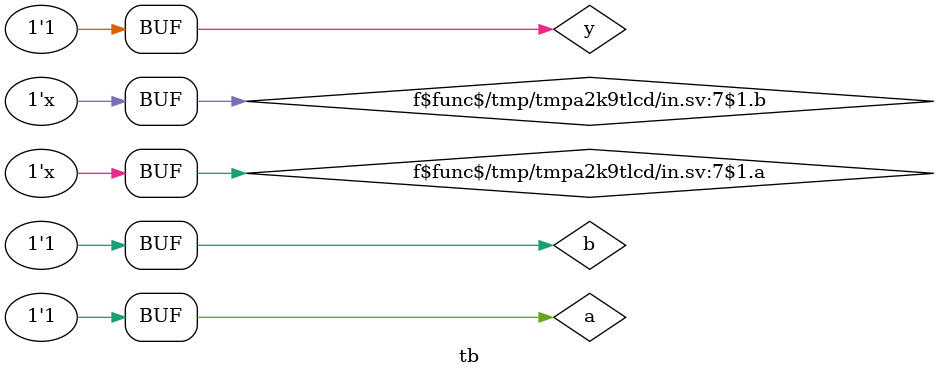
<source format=sv>
module tb();
  
    logic a, b, y;

    always_comb 
      begin
      y = f(a,b);   
        $display("%t %b %b %b",$time, a, b, y);
      end
  function logic f(input logic a, input logic b);
      f = a & b; 
     
    endfunction
  
  initial begin
    a = 0; b = 0;
    #10; a = 1'b1;
    #20; b = 1'b1;
  end

endmodule



</source>
